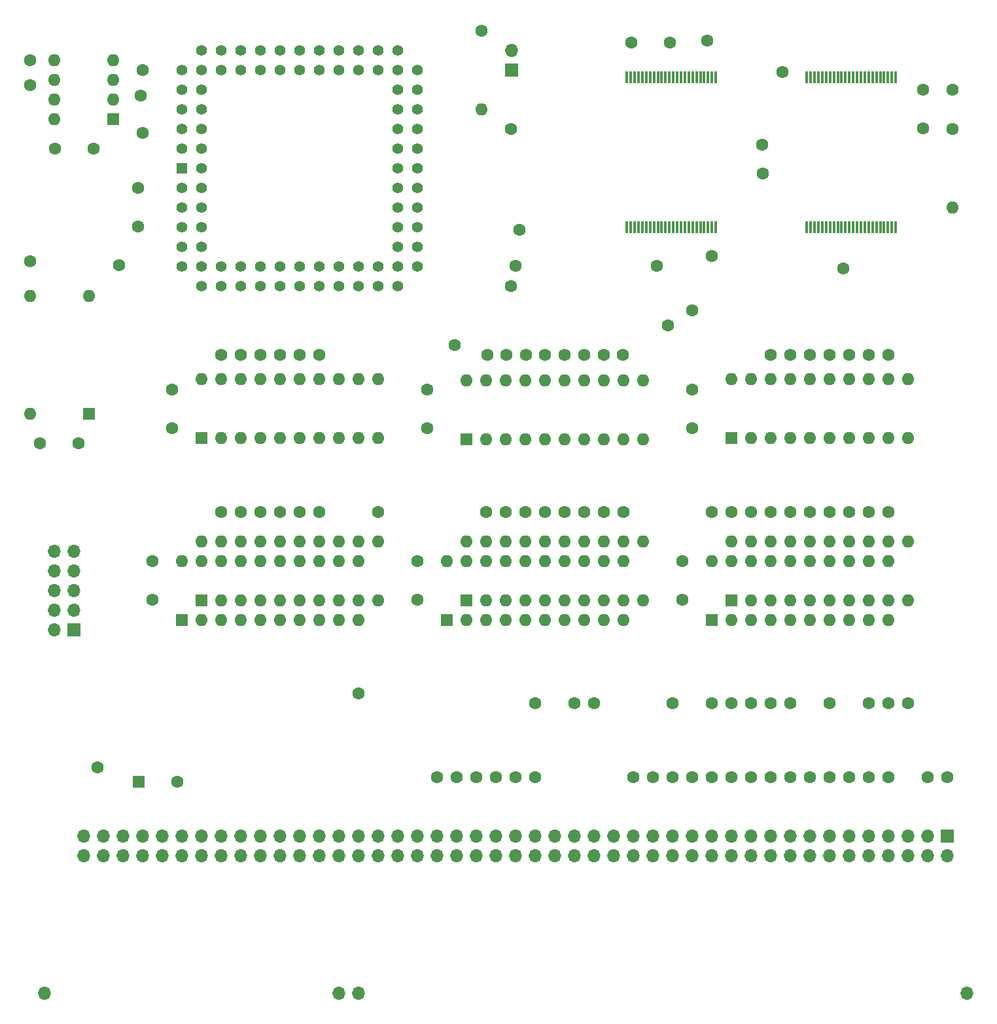
<source format=gbr>
%TF.GenerationSoftware,KiCad,Pcbnew,8.0.8*%
%TF.CreationDate,2025-08-07T21:20:29+02:00*%
%TF.ProjectId,DECPROMEM,44454350-524f-44d4-954d-2e6b69636164,rev?*%
%TF.SameCoordinates,Original*%
%TF.FileFunction,Soldermask,Top*%
%TF.FilePolarity,Negative*%
%FSLAX46Y46*%
G04 Gerber Fmt 4.6, Leading zero omitted, Abs format (unit mm)*
G04 Created by KiCad (PCBNEW 8.0.8) date 2025-08-07 21:20:29*
%MOMM*%
%LPD*%
G01*
G04 APERTURE LIST*
G04 Aperture macros list*
%AMRoundRect*
0 Rectangle with rounded corners*
0 $1 Rounding radius*
0 $2 $3 $4 $5 $6 $7 $8 $9 X,Y pos of 4 corners*
0 Add a 4 corners polygon primitive as box body*
4,1,4,$2,$3,$4,$5,$6,$7,$8,$9,$2,$3,0*
0 Add four circle primitives for the rounded corners*
1,1,$1+$1,$2,$3*
1,1,$1+$1,$4,$5*
1,1,$1+$1,$6,$7*
1,1,$1+$1,$8,$9*
0 Add four rect primitives between the rounded corners*
20,1,$1+$1,$2,$3,$4,$5,0*
20,1,$1+$1,$4,$5,$6,$7,0*
20,1,$1+$1,$6,$7,$8,$9,0*
20,1,$1+$1,$8,$9,$2,$3,0*%
G04 Aperture macros list end*
%ADD10C,1.600000*%
%ADD11R,1.600000X1.600000*%
%ADD12O,1.600000X1.600000*%
%ADD13RoundRect,0.075000X0.075000X-0.712500X0.075000X0.712500X-0.075000X0.712500X-0.075000X-0.712500X0*%
%ADD14O,1.700000X1.700000*%
%ADD15R,1.700000X1.700000*%
%ADD16R,1.422400X1.422400*%
%ADD17C,1.422400*%
G04 APERTURE END LIST*
D10*
%TO.C,J107*%
X281178000Y-212090000D03*
%TD*%
%TO.C,J99*%
X346659200Y-158750000D03*
%TD*%
%TO.C,J105*%
X307340000Y-158750000D03*
%TD*%
%TO.C,J42*%
X375920000Y-179070000D03*
%TD*%
%TO.C,J84*%
X286969200Y-121920000D03*
%TD*%
%TO.C,J45*%
X383540000Y-179070000D03*
%TD*%
%TO.C,J23*%
X337820000Y-213360000D03*
%TD*%
%TO.C,J83*%
X272415000Y-120650000D03*
%TD*%
%TO.C,J17*%
X383540000Y-203835000D03*
%TD*%
%TO.C,J27*%
X365760000Y-203835000D03*
%TD*%
D11*
%TO.C,U6*%
X294640000Y-190500000D03*
D12*
X297180000Y-190500000D03*
X299720000Y-190500000D03*
X302260000Y-190500000D03*
X304800000Y-190500000D03*
X307340000Y-190500000D03*
X309880000Y-190500000D03*
X312420000Y-190500000D03*
X314960000Y-190500000D03*
X317500000Y-190500000D03*
X317500000Y-182880000D03*
X314960000Y-182880000D03*
X312420000Y-182880000D03*
X309880000Y-182880000D03*
X307340000Y-182880000D03*
X304800000Y-182880000D03*
X302260000Y-182880000D03*
X299720000Y-182880000D03*
X297180000Y-182880000D03*
X294640000Y-182880000D03*
%TD*%
D10*
%TO.C,J79*%
X367233200Y-135331200D03*
%TD*%
%TO.C,J56*%
X302260000Y-179070000D03*
%TD*%
%TO.C,J24*%
X375920000Y-203835000D03*
%TD*%
%TO.C,J94*%
X334086200Y-158750000D03*
%TD*%
%TO.C,J73*%
X334645000Y-129540000D03*
%TD*%
%TO.C,J80*%
X286715200Y-125222000D03*
%TD*%
%TO.C,J6*%
X360680000Y-213360000D03*
%TD*%
%TO.C,C11*%
X322580000Y-185420000D03*
X322580000Y-190420000D03*
%TD*%
%TO.C,J54*%
X297180000Y-179070000D03*
%TD*%
%TO.C,J87*%
X370840000Y-158750000D03*
%TD*%
%TO.C,J21*%
X332740000Y-213360000D03*
%TD*%
D11*
%TO.C,U8*%
X294640000Y-169545000D03*
D12*
X297180000Y-169545000D03*
X299720000Y-169545000D03*
X302260000Y-169545000D03*
X304800000Y-169545000D03*
X307340000Y-169545000D03*
X309880000Y-169545000D03*
X312420000Y-169545000D03*
X314960000Y-169545000D03*
X317500000Y-169545000D03*
X317500000Y-161925000D03*
X314960000Y-161925000D03*
X312420000Y-161925000D03*
X309880000Y-161925000D03*
X307340000Y-161925000D03*
X304800000Y-161925000D03*
X302260000Y-161925000D03*
X299720000Y-161925000D03*
X297180000Y-161925000D03*
X294640000Y-161925000D03*
%TD*%
D10*
%TO.C,J31*%
X345440000Y-203835000D03*
%TD*%
%TO.C,J9*%
X368300000Y-213360000D03*
%TD*%
%TO.C,J97*%
X341604600Y-158750000D03*
%TD*%
%TO.C,J50*%
X341630000Y-179070000D03*
%TD*%
%TO.C,J52*%
X346710000Y-179070000D03*
%TD*%
%TO.C,J92*%
X383540000Y-158750000D03*
%TD*%
%TO.C,J69*%
X354965000Y-154940000D03*
%TD*%
%TO.C,J4*%
X355600000Y-213360000D03*
%TD*%
%TO.C,J41*%
X373380000Y-179070000D03*
%TD*%
%TO.C,J19*%
X327660000Y-213360000D03*
%TD*%
%TO.C,J36*%
X283972000Y-147193000D03*
%TD*%
%TO.C,C10*%
X286385000Y-137200000D03*
X286385000Y-142200000D03*
%TD*%
%TO.C,J29*%
X360680000Y-203835000D03*
%TD*%
%TO.C,J26*%
X368300000Y-203835000D03*
%TD*%
%TO.C,J15*%
X383540000Y-213360000D03*
%TD*%
%TO.C,J8*%
X365760000Y-213360000D03*
%TD*%
%TO.C,J93*%
X331597000Y-158750000D03*
%TD*%
%TO.C,J63*%
X317500000Y-179070000D03*
%TD*%
%TO.C,J43*%
X378460000Y-179070000D03*
%TD*%
%TO.C,J40*%
X370840000Y-179070000D03*
%TD*%
%TO.C,J65*%
X377698000Y-147624800D03*
%TD*%
%TO.C,J66*%
X360680000Y-145999200D03*
%TD*%
D11*
%TO.C,U2*%
X292100000Y-193040000D03*
D12*
X294640000Y-193040000D03*
X297180000Y-193040000D03*
X299720000Y-193040000D03*
X302260000Y-193040000D03*
X304800000Y-193040000D03*
X307340000Y-193040000D03*
X309880000Y-193040000D03*
X312420000Y-193040000D03*
X314960000Y-193040000D03*
X314960000Y-185420000D03*
X312420000Y-185420000D03*
X309880000Y-185420000D03*
X307340000Y-185420000D03*
X304800000Y-185420000D03*
X302260000Y-185420000D03*
X299720000Y-185420000D03*
X297180000Y-185420000D03*
X294640000Y-185420000D03*
X292100000Y-185420000D03*
%TD*%
D10*
%TO.C,J82*%
X272440400Y-123901200D03*
%TD*%
%TO.C,J30*%
X355600000Y-203835000D03*
%TD*%
D13*
%TO.C,U12*%
X349680000Y-142240000D03*
X350180000Y-142240000D03*
X350680000Y-142240000D03*
X351180000Y-142240000D03*
X351680000Y-142240000D03*
X352180000Y-142240000D03*
X352680000Y-142240000D03*
X353180000Y-142240000D03*
X353680000Y-142240000D03*
X354180000Y-142240000D03*
X354680000Y-142240000D03*
X355180000Y-142240000D03*
X355680000Y-142240000D03*
X356180000Y-142240000D03*
X356680000Y-142240000D03*
X357180000Y-142240000D03*
X357680000Y-142240000D03*
X358180000Y-142240000D03*
X358680000Y-142240000D03*
X359180000Y-142240000D03*
X359680000Y-142240000D03*
X360180000Y-142240000D03*
X360680000Y-142240000D03*
X361180000Y-142240000D03*
X361180000Y-122865000D03*
X360680000Y-122865000D03*
X360180000Y-122865000D03*
X359680000Y-122865000D03*
X359180000Y-122865000D03*
X358680000Y-122865000D03*
X358180000Y-122865000D03*
X357680000Y-122865000D03*
X357180000Y-122865000D03*
X356680000Y-122865000D03*
X356180000Y-122865000D03*
X355680000Y-122865000D03*
X355180000Y-122865000D03*
X354680000Y-122865000D03*
X354180000Y-122865000D03*
X353680000Y-122865000D03*
X353180000Y-122865000D03*
X352680000Y-122865000D03*
X352180000Y-122865000D03*
X351680000Y-122865000D03*
X351180000Y-122865000D03*
X350680000Y-122865000D03*
X350180000Y-122865000D03*
X349680000Y-122865000D03*
%TD*%
D10*
%TO.C,J95*%
X336600800Y-158750000D03*
%TD*%
%TO.C,J5*%
X358140000Y-213360000D03*
%TD*%
%TO.C,J3*%
X353060000Y-213360000D03*
%TD*%
%TO.C,J20*%
X330200000Y-213360000D03*
%TD*%
D11*
%TO.C,C12*%
X286465000Y-213995000D03*
D10*
X291465000Y-213995000D03*
%TD*%
%TO.C,J37*%
X391795000Y-124460000D03*
%TD*%
%TO.C,R1*%
X330835000Y-116840000D03*
D12*
X330835000Y-127000000D03*
%TD*%
D10*
%TO.C,J53*%
X349250000Y-179070000D03*
%TD*%
%TO.C,J38*%
X365760000Y-179070000D03*
%TD*%
%TO.C,J88*%
X373380000Y-158750000D03*
%TD*%
%TO.C,J90*%
X378460000Y-158750000D03*
%TD*%
D11*
%TO.C,U10*%
X283210000Y-128270000D03*
D12*
X283210000Y-125730000D03*
X283210000Y-123190000D03*
X283210000Y-120650000D03*
X275590000Y-120650000D03*
X275590000Y-123190000D03*
X275590000Y-125730000D03*
X275590000Y-128270000D03*
%TD*%
D10*
%TO.C,J86*%
X368300000Y-158750000D03*
%TD*%
%TO.C,J100*%
X349123000Y-158750000D03*
%TD*%
%TO.C,J81*%
X286969200Y-130098800D03*
%TD*%
%TO.C,J33*%
X337820000Y-203835000D03*
%TD*%
D11*
%TO.C,X1*%
X280035000Y-166370000D03*
D12*
X280035000Y-151130000D03*
X272415000Y-151130000D03*
X272415000Y-166370000D03*
%TD*%
D10*
%TO.C,J34*%
X391160000Y-213360000D03*
%TD*%
%TO.C,C8*%
X323850000Y-163235000D03*
X323850000Y-168235000D03*
%TD*%
%TO.C,J59*%
X309880000Y-179070000D03*
%TD*%
%TO.C,C6*%
X356870000Y-185460000D03*
X356870000Y-190460000D03*
%TD*%
%TO.C,J106*%
X309880000Y-158750000D03*
%TD*%
D11*
%TO.C,U5*%
X363220000Y-190500000D03*
D12*
X365760000Y-190500000D03*
X368300000Y-190500000D03*
X370840000Y-190500000D03*
X373380000Y-190500000D03*
X375920000Y-190500000D03*
X378460000Y-190500000D03*
X381000000Y-190500000D03*
X383540000Y-190500000D03*
X386080000Y-190500000D03*
X386080000Y-182880000D03*
X383540000Y-182880000D03*
X381000000Y-182880000D03*
X378460000Y-182880000D03*
X375920000Y-182880000D03*
X373380000Y-182880000D03*
X370840000Y-182880000D03*
X368300000Y-182880000D03*
X365760000Y-182880000D03*
X363220000Y-182880000D03*
%TD*%
D10*
%TO.C,J103*%
X302260000Y-158750000D03*
%TD*%
%TO.C,J32*%
X342900000Y-203835000D03*
%TD*%
%TO.C,C9*%
X273725000Y-170180000D03*
X278725000Y-170180000D03*
%TD*%
%TO.C,C4*%
X387985000Y-129460000D03*
X387985000Y-124460000D03*
%TD*%
%TO.C,J71*%
X363220000Y-179070000D03*
%TD*%
%TO.C,J76*%
X334645000Y-149860000D03*
%TD*%
%TO.C,J96*%
X339090000Y-158750000D03*
%TD*%
%TO.C,J72*%
X272415000Y-146685000D03*
%TD*%
%TO.C,J67*%
X335788000Y-142621000D03*
%TD*%
D11*
%TO.C,U4*%
X326390000Y-193040000D03*
D12*
X328930000Y-193040000D03*
X331470000Y-193040000D03*
X334010000Y-193040000D03*
X336550000Y-193040000D03*
X339090000Y-193040000D03*
X341630000Y-193040000D03*
X344170000Y-193040000D03*
X346710000Y-193040000D03*
X349250000Y-193040000D03*
X349250000Y-185420000D03*
X346710000Y-185420000D03*
X344170000Y-185420000D03*
X341630000Y-185420000D03*
X339090000Y-185420000D03*
X336550000Y-185420000D03*
X334010000Y-185420000D03*
X331470000Y-185420000D03*
X328930000Y-185420000D03*
X326390000Y-185420000D03*
%TD*%
D10*
%TO.C,J91*%
X381000000Y-158750000D03*
%TD*%
%TO.C,C2*%
X358140000Y-163235000D03*
X358140000Y-168235000D03*
%TD*%
%TO.C,J55*%
X299720000Y-179070000D03*
%TD*%
%TO.C,J78*%
X353568000Y-147218400D03*
%TD*%
%TO.C,J39*%
X368300000Y-179070000D03*
%TD*%
D14*
%TO.C,J1*%
X393700000Y-241300000D03*
X314960000Y-241300000D03*
X312420000Y-241300000D03*
X274320000Y-241300000D03*
D15*
X391160000Y-220980000D03*
D14*
X391160000Y-223520000D03*
X388620000Y-220980000D03*
X388620000Y-223520000D03*
X386080000Y-220980000D03*
X386080000Y-223520000D03*
X383540000Y-220980000D03*
X383540000Y-223520000D03*
X381000000Y-220980000D03*
X381000000Y-223520000D03*
X378460000Y-220980000D03*
X378460000Y-223520000D03*
X375920000Y-220980000D03*
X375920000Y-223520000D03*
X373380000Y-220980000D03*
X373380000Y-223520000D03*
X370840000Y-220980000D03*
X370840000Y-223520000D03*
X368300000Y-220980000D03*
X368300000Y-223520000D03*
X365760000Y-220980000D03*
X365760000Y-223520000D03*
X363220000Y-220980000D03*
X363220000Y-223520000D03*
X360680000Y-220980000D03*
X360680000Y-223520000D03*
X358140000Y-220980000D03*
X358140000Y-223520000D03*
X355600000Y-220980000D03*
X355600000Y-223520000D03*
X353060000Y-220980000D03*
X353060000Y-223520000D03*
X350520000Y-220980000D03*
X350520000Y-223520000D03*
X347980000Y-220980000D03*
X347980000Y-223520000D03*
X345440000Y-220980000D03*
X345440000Y-223520000D03*
X342900000Y-220980000D03*
X342900000Y-223520000D03*
X340360000Y-220980000D03*
X340360000Y-223520000D03*
X337820000Y-220980000D03*
X337820000Y-223520000D03*
X335280000Y-220980000D03*
X335280000Y-223520000D03*
X332740000Y-220980000D03*
X332740000Y-223520000D03*
X330200000Y-220980000D03*
X330200000Y-223520000D03*
X327660000Y-220980000D03*
X327660000Y-223520000D03*
X325120000Y-220980000D03*
X325120000Y-223520000D03*
X322580000Y-220980000D03*
X322580000Y-223520000D03*
X320040000Y-220980000D03*
X320040000Y-223520000D03*
X317500000Y-220980000D03*
X317500000Y-223520000D03*
X314960000Y-220980000D03*
X314960000Y-223520000D03*
X312420000Y-220980000D03*
X312420000Y-223520000D03*
X309880000Y-220980000D03*
X309880000Y-223520000D03*
X307340000Y-220980000D03*
X307340000Y-223520000D03*
X304800000Y-220980000D03*
X304800000Y-223520000D03*
X302260000Y-220980000D03*
X302260000Y-223520000D03*
X299720000Y-220980000D03*
X299720000Y-223520000D03*
X297180000Y-220980000D03*
X297180000Y-223520000D03*
X294640000Y-220980000D03*
X294640000Y-223520000D03*
X292100000Y-220980000D03*
X292100000Y-223520000D03*
X289560000Y-220980000D03*
X289560000Y-223520000D03*
X287020000Y-220980000D03*
X287020000Y-223520000D03*
X284480000Y-220980000D03*
X284480000Y-223520000D03*
X281940000Y-220980000D03*
X281940000Y-223520000D03*
X279400000Y-220980000D03*
X279400000Y-223520000D03*
%TD*%
D11*
%TO.C,U7*%
X363220000Y-169545000D03*
D12*
X365760000Y-169545000D03*
X368300000Y-169545000D03*
X370840000Y-169545000D03*
X373380000Y-169545000D03*
X375920000Y-169545000D03*
X378460000Y-169545000D03*
X381000000Y-169545000D03*
X383540000Y-169545000D03*
X386080000Y-169545000D03*
X386080000Y-161925000D03*
X383540000Y-161925000D03*
X381000000Y-161925000D03*
X378460000Y-161925000D03*
X375920000Y-161925000D03*
X373380000Y-161925000D03*
X370840000Y-161925000D03*
X368300000Y-161925000D03*
X365760000Y-161925000D03*
X363220000Y-161925000D03*
%TD*%
D10*
%TO.C,J77*%
X358140000Y-153035000D03*
%TD*%
%TO.C,J102*%
X299720000Y-158750000D03*
%TD*%
D13*
%TO.C,U13*%
X372960000Y-142240000D03*
X373460000Y-142240000D03*
X373960000Y-142240000D03*
X374460000Y-142240000D03*
X374960000Y-142240000D03*
X375460000Y-142240000D03*
X375960000Y-142240000D03*
X376460000Y-142240000D03*
X376960000Y-142240000D03*
X377460000Y-142240000D03*
X377960000Y-142240000D03*
X378460000Y-142240000D03*
X378960000Y-142240000D03*
X379460000Y-142240000D03*
X379960000Y-142240000D03*
X380460000Y-142240000D03*
X380960000Y-142240000D03*
X381460000Y-142240000D03*
X381960000Y-142240000D03*
X382460000Y-142240000D03*
X382960000Y-142240000D03*
X383460000Y-142240000D03*
X383960000Y-142240000D03*
X384460000Y-142240000D03*
X384460000Y-122865000D03*
X383960000Y-122865000D03*
X383460000Y-122865000D03*
X382960000Y-122865000D03*
X382460000Y-122865000D03*
X381960000Y-122865000D03*
X381460000Y-122865000D03*
X380960000Y-122865000D03*
X380460000Y-122865000D03*
X379960000Y-122865000D03*
X379460000Y-122865000D03*
X378960000Y-122865000D03*
X378460000Y-122865000D03*
X377960000Y-122865000D03*
X377460000Y-122865000D03*
X376960000Y-122865000D03*
X376460000Y-122865000D03*
X375960000Y-122865000D03*
X375460000Y-122865000D03*
X374960000Y-122865000D03*
X374460000Y-122865000D03*
X373960000Y-122865000D03*
X373460000Y-122865000D03*
X372960000Y-122865000D03*
%TD*%
D10*
%TO.C,J14*%
X381000000Y-213360000D03*
%TD*%
%TO.C,J47*%
X334010000Y-179070000D03*
%TD*%
%TO.C,J101*%
X297180000Y-158750000D03*
%TD*%
%TO.C,J16*%
X381000000Y-203835000D03*
%TD*%
%TO.C,J48*%
X336550000Y-179070000D03*
%TD*%
%TO.C,J25*%
X370840000Y-203835000D03*
%TD*%
%TO.C,J44*%
X381000000Y-179070000D03*
%TD*%
D11*
%TO.C,U9*%
X328930000Y-169672000D03*
D12*
X331470000Y-169672000D03*
X334010000Y-169672000D03*
X336550000Y-169672000D03*
X339090000Y-169672000D03*
X341630000Y-169672000D03*
X344170000Y-169672000D03*
X346710000Y-169672000D03*
X349250000Y-169672000D03*
X351790000Y-169672000D03*
X351790000Y-162052000D03*
X349250000Y-162052000D03*
X346710000Y-162052000D03*
X344170000Y-162052000D03*
X341630000Y-162052000D03*
X339090000Y-162052000D03*
X336550000Y-162052000D03*
X334010000Y-162052000D03*
X331470000Y-162052000D03*
X328930000Y-162052000D03*
%TD*%
D10*
%TO.C,J58*%
X307340000Y-179070000D03*
%TD*%
%TO.C,J68*%
X367182400Y-131572000D03*
%TD*%
%TO.C,J18*%
X325120000Y-213360000D03*
%TD*%
%TO.C,J10*%
X370840000Y-213360000D03*
%TD*%
%TO.C,J46*%
X331470000Y-179070000D03*
%TD*%
D11*
%TO.C,U1*%
X360680000Y-193040000D03*
D12*
X363220000Y-193040000D03*
X365760000Y-193040000D03*
X368300000Y-193040000D03*
X370840000Y-193040000D03*
X373380000Y-193040000D03*
X375920000Y-193040000D03*
X378460000Y-193040000D03*
X381000000Y-193040000D03*
X383540000Y-193040000D03*
X383540000Y-185420000D03*
X381000000Y-185420000D03*
X378460000Y-185420000D03*
X375920000Y-185420000D03*
X373380000Y-185420000D03*
X370840000Y-185420000D03*
X368300000Y-185420000D03*
X365760000Y-185420000D03*
X363220000Y-185420000D03*
X360680000Y-185420000D03*
%TD*%
D10*
%TO.C,J89*%
X375920000Y-158750000D03*
%TD*%
%TO.C,C1*%
X290830000Y-163235000D03*
X290830000Y-168235000D03*
%TD*%
%TO.C,J13*%
X378460000Y-213360000D03*
%TD*%
%TO.C,C3*%
X275630000Y-132080000D03*
X280630000Y-132080000D03*
%TD*%
%TO.C,J51*%
X344170000Y-179070000D03*
%TD*%
D16*
%TO.C,U11*%
X292100000Y-134620000D03*
D17*
X294640000Y-134620000D03*
X292100000Y-137160000D03*
X294640000Y-137160000D03*
X292100000Y-139700000D03*
X294640000Y-139700000D03*
X292100000Y-142240000D03*
X294640000Y-142240000D03*
X292100000Y-144780000D03*
X294640000Y-144780000D03*
X292100000Y-147320000D03*
X294640000Y-149860000D03*
X294640000Y-147320000D03*
X297180000Y-149860000D03*
X297180000Y-147320000D03*
X299720000Y-149860000D03*
X299720000Y-147320000D03*
X302260000Y-149860000D03*
X302260000Y-147320000D03*
X304800000Y-149860000D03*
X304800000Y-147320000D03*
X307340000Y-149860000D03*
X307340000Y-147320000D03*
X309880000Y-149860000D03*
X309880000Y-147320000D03*
X312420000Y-149860000D03*
X312420000Y-147320000D03*
X314960000Y-149860000D03*
X314960000Y-147320000D03*
X317500000Y-149860000D03*
X317500000Y-147320000D03*
X320040000Y-149860000D03*
X322580000Y-147320000D03*
X320040000Y-147320000D03*
X322580000Y-144780000D03*
X320040000Y-144780000D03*
X322580000Y-142240000D03*
X320040000Y-142240000D03*
X322580000Y-139700000D03*
X320040000Y-139700000D03*
X322580000Y-137160000D03*
X320040000Y-137160000D03*
X322580000Y-134620000D03*
X320040000Y-134620000D03*
X322580000Y-132080000D03*
X320040000Y-132080000D03*
X322580000Y-129540000D03*
X320040000Y-129540000D03*
X322580000Y-127000000D03*
X320040000Y-127000000D03*
X322580000Y-124460000D03*
X320040000Y-124460000D03*
X322580000Y-121920000D03*
X320040000Y-119380000D03*
X320040000Y-121920000D03*
X317500000Y-119380000D03*
X317500000Y-121920000D03*
X314960000Y-119380000D03*
X314960000Y-121920000D03*
X312420000Y-119380000D03*
X312420000Y-121920000D03*
X309880000Y-119380000D03*
X309880000Y-121920000D03*
X307340000Y-119380000D03*
X307340000Y-121920000D03*
X304800000Y-119380000D03*
X304800000Y-121920000D03*
X302260000Y-119380000D03*
X302260000Y-121920000D03*
X299720000Y-119380000D03*
X299720000Y-121920000D03*
X297180000Y-119380000D03*
X297180000Y-121920000D03*
X294640000Y-119380000D03*
X292100000Y-121920000D03*
X294640000Y-121920000D03*
X292100000Y-124460000D03*
X294640000Y-124460000D03*
X292100000Y-127000000D03*
X294640000Y-127000000D03*
X292100000Y-129540000D03*
X294640000Y-129540000D03*
X292100000Y-132080000D03*
X294640000Y-132080000D03*
%TD*%
D10*
%TO.C,J11*%
X373380000Y-213360000D03*
%TD*%
%TO.C,J62*%
X314960000Y-202565000D03*
%TD*%
%TO.C,J74*%
X335229200Y-147218400D03*
%TD*%
%TO.C,R2*%
X391795000Y-129540000D03*
D12*
X391795000Y-139700000D03*
%TD*%
D15*
%TO.C,JP1*%
X334772000Y-121920000D03*
D14*
X334772000Y-119380000D03*
%TD*%
D10*
%TO.C,J70*%
X360680000Y-179070000D03*
%TD*%
%TO.C,J2*%
X350520000Y-213360000D03*
%TD*%
%TO.C,J61*%
X327406000Y-157480000D03*
%TD*%
%TO.C,J35*%
X388620000Y-213360000D03*
%TD*%
%TO.C,J22*%
X335280000Y-213360000D03*
%TD*%
%TO.C,J12*%
X375920000Y-213360000D03*
%TD*%
%TO.C,C5*%
X355266000Y-118364000D03*
X350266000Y-118364000D03*
%TD*%
%TO.C,J98*%
X344144600Y-158750000D03*
%TD*%
D15*
%TO.C,J60*%
X278130000Y-194310000D03*
D14*
X275590000Y-194310000D03*
X278130000Y-191770000D03*
X275590000Y-191770000D03*
X278130000Y-189230000D03*
X275590000Y-189230000D03*
X278130000Y-186690000D03*
X275590000Y-186690000D03*
X278130000Y-184150000D03*
X275590000Y-184150000D03*
%TD*%
D10*
%TO.C,J64*%
X360045000Y-118110000D03*
%TD*%
%TO.C,J28*%
X363220000Y-203835000D03*
%TD*%
%TO.C,J7*%
X363220000Y-213360000D03*
%TD*%
%TO.C,J49*%
X339090000Y-179070000D03*
%TD*%
%TO.C,J57*%
X304800000Y-179070000D03*
%TD*%
%TO.C,J85*%
X386080000Y-203835000D03*
%TD*%
%TO.C,J104*%
X304800000Y-158750000D03*
%TD*%
%TO.C,C7*%
X288290000Y-185460000D03*
X288290000Y-190460000D03*
%TD*%
D11*
%TO.C,U3*%
X328930000Y-190500000D03*
D12*
X331470000Y-190500000D03*
X334010000Y-190500000D03*
X336550000Y-190500000D03*
X339090000Y-190500000D03*
X341630000Y-190500000D03*
X344170000Y-190500000D03*
X346710000Y-190500000D03*
X349250000Y-190500000D03*
X351790000Y-190500000D03*
X351790000Y-182880000D03*
X349250000Y-182880000D03*
X346710000Y-182880000D03*
X344170000Y-182880000D03*
X341630000Y-182880000D03*
X339090000Y-182880000D03*
X336550000Y-182880000D03*
X334010000Y-182880000D03*
X331470000Y-182880000D03*
X328930000Y-182880000D03*
%TD*%
D10*
%TO.C,J75*%
X369773200Y-122224800D03*
%TD*%
M02*

</source>
